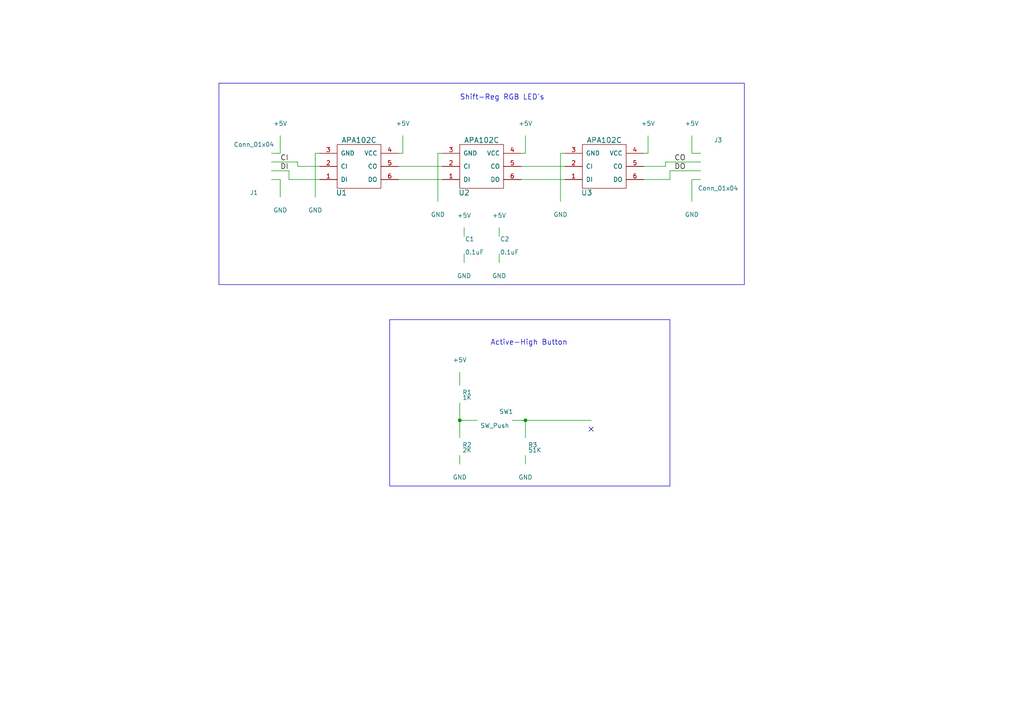
<source format=kicad_sch>
(kicad_sch (version 20230121) (generator eeschema)
  (paper "A4")
  (lib_symbols
    (symbol "APA102:APA102C" (pin_names (offset 1.016))
      (property "Reference" "U" (at -5.08 7.62 0))
      (property "Value" "APA102C" (at 0 -7.62 0))
      (symbol "APA102C_0_1"
        (rectangle (start -6.35 6.35) (end 6.35 -6.35))
      )
      (symbol "APA102C_1_1"
        (pin input line (at -11.43 3.81 0) (length 5.08) (name "DI") (number "1"))
        (pin input line (at -11.43 0 0) (length 5.08) (name "CI") (number "2"))
        (pin power_in line (at -11.43 -3.81 0) (length 5.08) (name "GND") (number "3"))
        (pin power_in line (at 11.43 -3.81 180) (length 5.08) (name "VCC") (number "4"))
        (pin output line (at 11.43 0 180) (length 5.08) (name "CO") (number "5"))
        (pin output line (at 11.43 3.81 180) (length 5.08) (name "DO") (number "6"))
      )
    )
  )
  (junction (at 152.4 121.92))
  (junction (at 133.35 121.92))
  (no_connect (at 171.45 124.46))
  (polyline (pts (xy 215.9 24.13) (xy 63.5 24.13)))
  (wire (pts (xy 203.2 44.45) (xy 200.66 44.45)))
  (wire (pts (xy 194.31 52.07) (xy 186.69 52.07)))
  (wire (pts (xy 116.84 39.37) (xy 116.84 44.45)))
  (wire (pts (xy 86.36 46.99) (xy 86.36 48.26)))
  (wire (pts (xy 134.62 73.66) (xy 134.62 76.2)))
  (wire (pts (xy 133.35 107.95) (xy 133.35 111.76)))
  (wire (pts (xy 163.83 44.45) (xy 162.56 44.45)))
  (wire (pts (xy 193.04 48.26) (xy 186.69 48.26)))
  (wire (pts (xy 91.44 44.45) (xy 91.44 57.15)))
  (wire (pts (xy 78.74 44.45) (xy 81.28 44.45)))
  (wire (pts (xy 187.96 44.45) (xy 186.69 44.45)))
  (wire (pts (xy 152.4 44.45) (xy 151.13 44.45)))
  (polyline (pts (xy 194.31 140.97) (xy 194.31 92.71)))
  (wire (pts (xy 200.66 52.07) (xy 200.66 58.42)))
  (wire (pts (xy 151.13 52.07) (xy 163.83 52.07)))
  (polyline (pts (xy 113.03 140.97) (xy 194.31 140.97)))
  (polyline (pts (xy 113.03 92.71) (xy 113.03 140.97)))
  (wire (pts (xy 148.59 121.92) (xy 152.4 121.92)))
  (wire (pts (xy 203.2 49.53) (xy 194.31 49.53)))
  (wire (pts (xy 193.04 46.99) (xy 193.04 48.26)))
  (polyline (pts (xy 63.5 24.13) (xy 63.5 82.55)))
  (wire (pts (xy 187.96 39.37) (xy 187.96 44.45)))
  (wire (pts (xy 144.78 66.04) (xy 144.78 68.58)))
  (wire (pts (xy 200.66 44.45) (xy 200.66 39.37)))
  (wire (pts (xy 115.57 52.07) (xy 128.27 52.07)))
  (polyline (pts (xy 63.5 82.55) (xy 215.9 82.55)))
  (wire (pts (xy 115.57 48.26) (xy 128.27 48.26)))
  (wire (pts (xy 162.56 44.45) (xy 162.56 58.42)))
  (wire (pts (xy 83.82 49.53) (xy 83.82 52.07)))
  (wire (pts (xy 128.27 44.45) (xy 127 44.45)))
  (wire (pts (xy 133.35 121.92) (xy 133.35 127)))
  (polyline (pts (xy 215.9 82.55) (xy 215.9 24.13)))
  (wire (pts (xy 116.84 44.45) (xy 115.57 44.45)))
  (wire (pts (xy 152.4 121.92) (xy 171.45 121.92)))
  (polyline (pts (xy 194.31 92.71) (xy 113.03 92.71)))
  (wire (pts (xy 86.36 48.26) (xy 92.71 48.26)))
  (wire (pts (xy 81.28 52.07) (xy 81.28 57.15)))
  (wire (pts (xy 152.4 121.92) (xy 152.4 127)))
  (wire (pts (xy 203.2 52.07) (xy 200.66 52.07)))
  (wire (pts (xy 133.35 134.62) (xy 133.35 132.08)))
  (wire (pts (xy 92.71 44.45) (xy 91.44 44.45)))
  (wire (pts (xy 83.82 52.07) (xy 92.71 52.07)))
  (wire (pts (xy 78.74 49.53) (xy 83.82 49.53)))
  (wire (pts (xy 152.4 39.37) (xy 152.4 44.45)))
  (wire (pts (xy 138.43 121.92) (xy 133.35 121.92)))
  (wire (pts (xy 203.2 46.99) (xy 193.04 46.99)))
  (wire (pts (xy 78.74 52.07) (xy 81.28 52.07)))
  (wire (pts (xy 152.4 132.08) (xy 152.4 134.62)))
  (wire (pts (xy 134.62 66.04) (xy 134.62 68.58)))
  (wire (pts (xy 127 44.45) (xy 127 58.42)))
  (wire (pts (xy 144.78 73.66) (xy 144.78 76.2)))
  (wire (pts (xy 194.31 49.53) (xy 194.31 52.07)))
  (wire (pts (xy 151.13 48.26) (xy 163.83 48.26)))
  (wire (pts (xy 133.35 116.84) (xy 133.35 121.92)))
  (wire (pts (xy 78.74 46.99) (xy 86.36 46.99)))
  (wire (pts (xy 81.28 44.45) (xy 81.28 39.37)))
  (text "Shift-Reg RGB LED's" (at 133.35 29.21 0) (effects (font (size 1.524 1.524)) (justify left bottom)))
  (text "Active-High Button" (at 142.24 100.33 0) (effects (font (size 1.524 1.524)) (justify left bottom)))
  (label "CO" (at 195.58 46.99 0) (effects (font (size 1.524 1.524))))
  (label "CI" (at 81.28 46.99 0) (effects (font (size 1.524 1.524))))
  (label "DO" (at 195.58 49.53 0) (effects (font (size 1.524 1.524))))
  (label "DI" (at 81.28 49.53 0) (effects (font (size 1.524 1.524))))
  (symbol (lib_id "APA102:APA102C") (at 104.14 48.26 0) (mirror x) (unit 1)
    (property "Reference" "U1" (at 99.06 55.88 0) (effects (font (size 1.524 1.524))))
    (property "Value" "APA102C" (at 104.14 40.64 0) (effects (font (size 1.524 1.524))))
    (property "Footprint" "APA102:APA102_3" (effects hide))
    (property "Datasheet" "https://cdn-shop.adafruit.com/product-files/2343/APA102C.pdf" (effects hide))
    (property "MPN" "APA102C" (effects hide))
  )
  (symbol (lib_id "Conn_01x04") (at 73.66 49.53 180) (unit 1)
    (property "Reference" "J1" (at 73.66 55.88 0))
    (property "Value" "Conn_01x04" (at 73.66 41.91 0))
    (property "Footprint" "Connectors_JST:JST_PH_S4B-PH-K_04x2.00mm_Angled" (effects hide))
    (property "Datasheet" "http://www.jst-mfg.com/product/pdf/eng/ePH.pdf" (effects hide))
    (property "MPN" "S4B-PH-K-S(LF)(SN)" (effects hide))
  )
  (symbol (lib_id "+5V") (at 200.66 39.37 0) (unit 1)
    (property "Reference" "#PWR01" (effects hide))
    (property "Value" "+5V" (at 200.66 35.814 0))
  )
  (symbol (lib_id "+5V") (at 81.28 39.37 0) (unit 1)
    (property "Reference" "#PWR02" (effects hide))
    (property "Value" "+5V" (at 81.28 35.814 0))
  )
  (symbol (lib_id "GND") (at 81.28 57.15 0) (unit 1)
    (property "Reference" "#PWR03" (effects hide))
    (property "Value" "GND" (at 81.28 60.96 0))
  )
  (symbol (lib_id "GND") (at 200.66 58.42 0) (unit 1)
    (property "Reference" "#PWR04" (effects hide))
    (property "Value" "GND" (at 200.66 62.23 0))
  )
  (symbol (lib_id "C_Small") (at 134.62 71.12 0) (unit 1)
    (property "Reference" "C1" (at 134.874 69.342 0) (effects (justify left)))
    (property "Value" "0.1uF" (at 134.874 73.152 0) (effects (justify left)))
    (property "Footprint" "Capacitors_SMD:C_0805" (effects hide))
    (property "Datasheet" "http://www.yageo.com/documents/recent/UPY-GPHC_Y5V_6.3V-to-50V_8.pdf" (effects hide))
    (property "MPN" "CC0805ZRY5V8BB104" (effects hide))
    (property "Alt MPN" "C0805C104Z4VACTU" (effects hide))
    (property "Alt MPN - 2" "885012207016" (effects hide))
  )
  (symbol (lib_id "GND") (at 134.62 76.2 0) (unit 1)
    (property "Reference" "#PWR05" (effects hide))
    (property "Value" "GND" (at 134.62 80.01 0))
  )
  (symbol (lib_id "+5V") (at 134.62 66.04 0) (unit 1)
    (property "Reference" "#PWR06" (effects hide))
    (property "Value" "+5V" (at 134.62 62.484 0))
  )
  (symbol (lib_id "GND") (at 144.78 76.2 0) (unit 1)
    (property "Reference" "#PWR07" (effects hide))
    (property "Value" "GND" (at 144.78 80.01 0))
  )
  (symbol (lib_id "+5V") (at 144.78 66.04 0) (unit 1)
    (property "Reference" "#PWR08" (effects hide))
    (property "Value" "+5V" (at 144.78 62.484 0))
  )
  (symbol (lib_id "SW_Push") (at 143.51 121.92 0) (unit 1)
    (property "Reference" "SW1" (at 144.78 119.38 0) (effects (justify left)))
    (property "Value" "SW_Push" (at 143.51 123.444 0))
    (property "Footprint" "Buttons_Switches_THT:SW_PUSH_6mm_h4.3mm" (effects hide))
    (property "Datasheet" "https://media.digikey.com/pdf/Data%20Sheets/APEM%20Components%20PDFs/MJTP%20Series-6MM.pdf" (effects hide))
    (property "MPN" "MJTP1230" (effects hide))
  )
  (symbol (lib_id "R_Small") (at 152.4 129.54 0) (unit 1)
    (property "Reference" "R3" (at 153.162 129.032 0) (effects (justify left)))
    (property "Value" "51K" (at 153.162 130.556 0) (effects (justify left)))
    (property "Footprint" "Resistors_SMD:R_0805" (effects hide))
    (property "Datasheet" "https://www.seielect.com/Catalog/SEI-RMCF_RMCP.pdf" (effects hide))
    (property "MPN" "RMCF0805JT51K0" (effects hide))
    (property "Alt MPN" "RC0805JR-0751KL" (effects hide))
  )
  (symbol (lib_id "GND") (at 152.4 134.62 0) (unit 1)
    (property "Reference" "#PWR09" (effects hide))
    (property "Value" "GND" (at 152.4 138.43 0))
  )
  (symbol (lib_id "R_Small") (at 133.35 114.3 0) (unit 1)
    (property "Reference" "R1" (at 134.112 113.792 0) (effects (justify left)))
    (property "Value" "1K" (at 134.112 115.316 0) (effects (justify left)))
    (property "Footprint" "Resistors_SMD:R_0805" (effects hide))
    (property "Datasheet" "https://www.seielect.com/Catalog/SEI-RMCF_RMCP.pdf" (effects hide))
    (property "MPN" "RMCF0805JT1K00" (effects hide))
    (property "Alt MPN" "RC0805JR-071KL" (effects hide))
  )
  (symbol (lib_id "R_Small") (at 133.35 129.54 0) (unit 1)
    (property "Reference" "R2" (at 134.112 129.032 0) (effects (justify left)))
    (property "Value" "2K" (at 134.112 130.556 0) (effects (justify left)))
    (property "Footprint" "Resistors_SMD:R_0805" (effects hide))
    (property "Datasheet" "https://www.seielect.com/Catalog/SEI-RMCF_RMCP.pdf" (effects hide))
    (property "MPN" "RMCF0805JT2K00" (effects hide))
    (property "Alt MPN" "RC0805JR-072KL" (effects hide))
  )
  (symbol (lib_id "GND") (at 133.35 134.62 0) (unit 1)
    (property "Reference" "#PWR010" (effects hide))
    (property "Value" "GND" (at 133.35 138.43 0))
  )
  (symbol (lib_id "+5V") (at 133.35 107.95 0) (unit 1)
    (property "Reference" "#PWR011" (effects hide))
    (property "Value" "+5V" (at 133.35 104.394 0))
  )
  (symbol (lib_id "Conn_01x02") (at 176.53 121.92 0) (unit 1)
    (property "Reference" "J2" (at 176.53 118.11 0))
    (property "Value" "Conn_01x02" (at 176.53 127 0))
    (property "Footprint" "Connectors_JST:JST_PH_S2B-PH-K_02x2.00mm_Angled" (effects hide))
    (property "Datasheet" "http://www.jst-mfg.com/product/pdf/eng/ePH.pdf" (effects hide))
    (property "MPN" "S2B-PH-K-S(LF)(SN)" (effects hide))
  )
  (symbol (lib_id "GND") (at 91.44 57.15 0) (unit 1)
    (property "Reference" "#PWR012" (effects hide))
    (property "Value" "GND" (at 91.44 60.96 0))
  )
  (symbol (lib_id "+5V") (at 116.84 39.37 0) (unit 1)
    (property "Reference" "#PWR013" (effects hide))
    (property "Value" "+5V" (at 116.84 35.814 0))
  )
  (symbol (lib_id "GND") (at 127 58.42 0) (unit 1)
    (property "Reference" "#PWR014" (effects hide))
    (property "Value" "GND" (at 127 62.23 0))
  )
  (symbol (lib_id "+5V") (at 152.4 39.37 0) (unit 1)
    (property "Reference" "#PWR015" (effects hide))
    (property "Value" "+5V" (at 152.4 35.814 0))
  )
  (symbol (lib_id "GND") (at 162.56 58.42 0) (unit 1)
    (property "Reference" "#PWR016" (effects hide))
    (property "Value" "GND" (at 162.56 62.23 0))
  )
  (symbol (lib_id "+5V") (at 187.96 39.37 0) (unit 1)
    (property "Reference" "#PWR017" (effects hide))
    (property "Value" "+5V" (at 187.96 35.814 0))
  )
  (symbol (lib_id "C_Small") (at 144.78 71.12 0) (unit 1)
    (property "Reference" "C2" (at 145.034 69.342 0) (effects (justify left)))
    (property "Value" "0.1uF" (at 145.034 73.152 0) (effects (justify left)))
    (property "Footprint" "Capacitors_SMD:C_0805" (effects hide))
    (property "Datasheet" "http://www.yageo.com/documents/recent/UPY-GPHC_Y5V_6.3V-to-50V_8.pdf" (effects hide))
    (property "MPN" "CC0805ZRY5V8BB104" (effects hide))
    (property "Alt MPN" "C0805C104Z4VACTU" (effects hide))
    (property "Alt MPN - 2" "885012207016" (effects hide))
  )
  (symbol (lib_id "APA102:APA102C") (at 139.7 48.26 0) (mirror x) (unit 1)
    (property "Reference" "U2" (at 134.62 55.88 0) (effects (font (size 1.524 1.524))))
    (property "Value" "APA102C" (at 139.7 40.64 0) (effects (font (size 1.524 1.524))))
    (property "Footprint" "APA102:APA102_3" (effects hide))
    (property "Datasheet" "https://cdn-shop.adafruit.com/product-files/2343/APA102C.pdf" (effects hide))
    (property "MPN" "APA102C" (effects hide))
  )
  (symbol (lib_id "APA102:APA102C") (at 175.26 48.26 0) (mirror x) (unit 1)
    (property "Reference" "U3" (at 170.18 55.88 0) (effects (font (size 1.524 1.524))))
    (property "Value" "APA102C" (at 175.26 40.64 0) (effects (font (size 1.524 1.524))))
    (property "Footprint" "APA102:APA102_3" (effects hide))
    (property "Datasheet" "https://cdn-shop.adafruit.com/product-files/2343/APA102C.pdf" (effects hide))
    (property "MPN" "APA102C" (effects hide))
  )
  (symbol (lib_id "Conn_01x04") (at 208.28 46.99 0) (unit 1)
    (property "Reference" "J3" (at 208.28 40.64 0))
    (property "Value" "Conn_01x04" (at 208.28 54.61 0))
    (property "Footprint" "Connectors_JST:JST_PH_S4B-PH-K_04x2.00mm_Angled" (effects hide))
    (property "Datasheet" "http://www.jst-mfg.com/product/pdf/eng/ePH.pdf" (effects hide))
    (property "MPN" "S4B-PH-K-S(LF)(SN)" (effects hide))
  )
)
</source>
